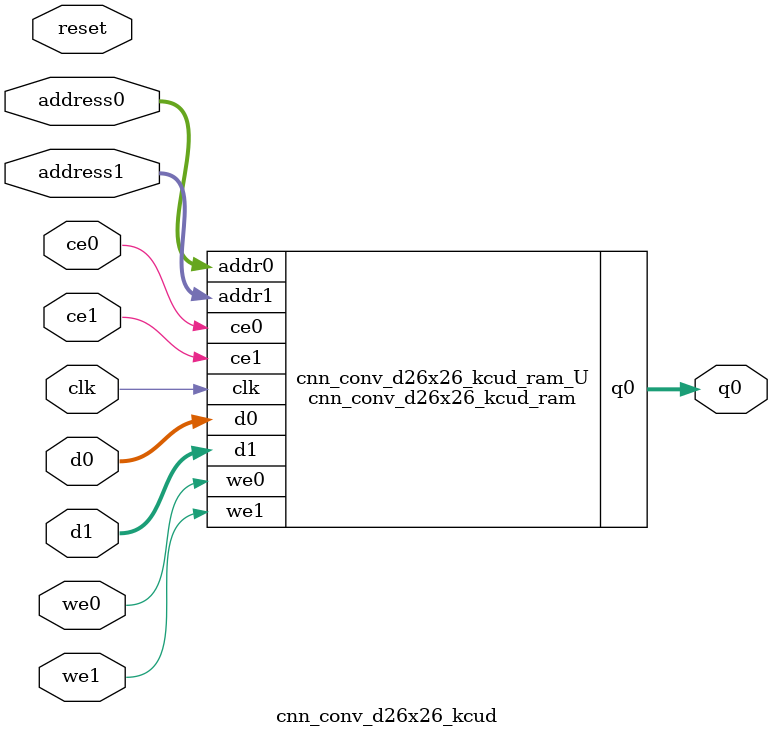
<source format=v>

`timescale 1 ns / 1 ps
module cnn_conv_d26x26_kcud_ram (addr0, ce0, d0, we0, q0, addr1, ce1, d1, we1,  clk);

parameter DWIDTH = 32;
parameter AWIDTH = 5;
parameter MEM_SIZE = 26;

input[AWIDTH-1:0] addr0;
input ce0;
input[DWIDTH-1:0] d0;
input we0;
output reg[DWIDTH-1:0] q0;
input[AWIDTH-1:0] addr1;
input ce1;
input[DWIDTH-1:0] d1;
input we1;
input clk;

(* ram_style = "block" *)reg [DWIDTH-1:0] ram[0:MEM_SIZE-1];




always @(posedge clk)  
begin 
    if (ce0) 
    begin
        if (we0) 
        begin 
            ram[addr0] <= d0; 
            q0 <= d0;
        end 
        else 
            q0 <= ram[addr0];
    end
end


always @(posedge clk)  
begin 
    if (ce1) 
    begin
        if (we1) 
        begin 
            ram[addr1] <= d1; 
        end 
    end
end


endmodule


`timescale 1 ns / 1 ps
module cnn_conv_d26x26_kcud(
    reset,
    clk,
    address0,
    ce0,
    we0,
    d0,
    q0,
    address1,
    ce1,
    we1,
    d1);

parameter DataWidth = 32'd32;
parameter AddressRange = 32'd26;
parameter AddressWidth = 32'd5;
input reset;
input clk;
input[AddressWidth - 1:0] address0;
input ce0;
input we0;
input[DataWidth - 1:0] d0;
output[DataWidth - 1:0] q0;
input[AddressWidth - 1:0] address1;
input ce1;
input we1;
input[DataWidth - 1:0] d1;



cnn_conv_d26x26_kcud_ram cnn_conv_d26x26_kcud_ram_U(
    .clk( clk ),
    .addr0( address0 ),
    .ce0( ce0 ),
    .d0( d0 ),
    .we0( we0 ),
    .q0( q0 ),
    .addr1( address1 ),
    .ce1( ce1 ),
    .d1( d1 ),
    .we1( we1 ));

endmodule


</source>
